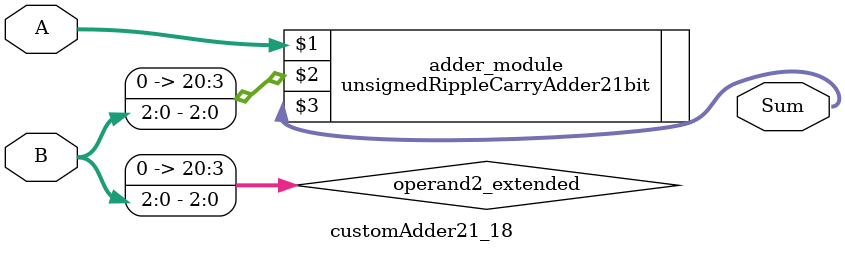
<source format=v>

module customAdder21_18(
                    input [20 : 0] A,
                    input [2 : 0] B,
                    
                    output [21 : 0] Sum
            );

    wire [20 : 0] operand2_extended;
    
    assign operand2_extended =  {18'b0, B};
    
    unsignedRippleCarryAdder21bit adder_module(
        A,
        operand2_extended,
        Sum
    );
    
endmodule
        
</source>
